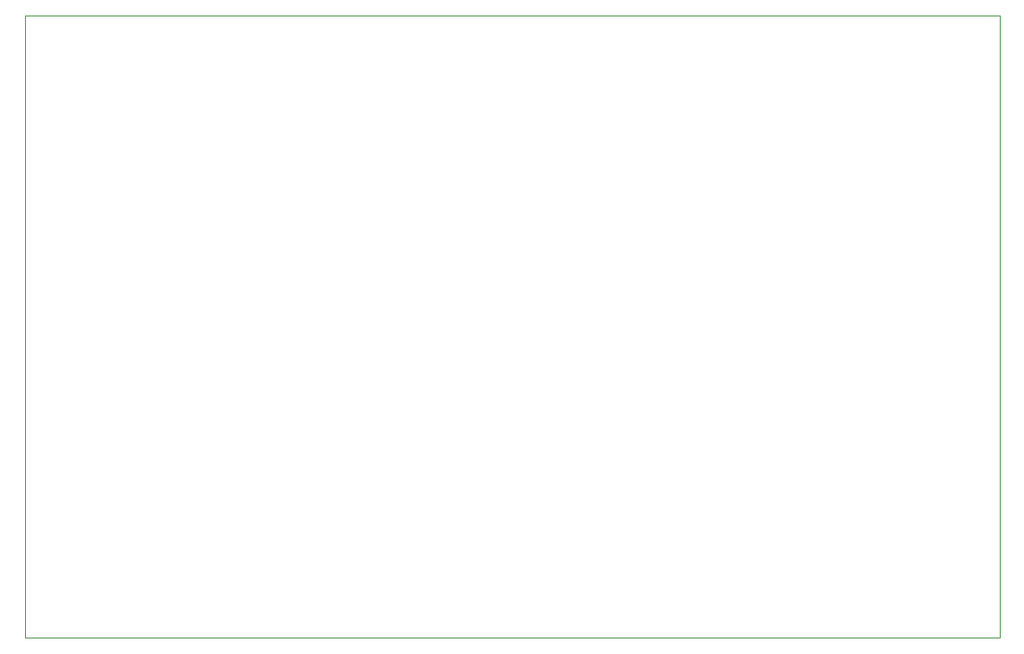
<source format=gbr>
%TF.GenerationSoftware,KiCad,Pcbnew,(6.0.1)*%
%TF.CreationDate,2022-02-14T11:56:50-05:00*%
%TF.ProjectId,driver-control-board,64726976-6572-42d6-936f-6e74726f6c2d,rev?*%
%TF.SameCoordinates,Original*%
%TF.FileFunction,Profile,NP*%
%FSLAX46Y46*%
G04 Gerber Fmt 4.6, Leading zero omitted, Abs format (unit mm)*
G04 Created by KiCad (PCBNEW (6.0.1)) date 2022-02-14 11:56:50*
%MOMM*%
%LPD*%
G01*
G04 APERTURE LIST*
%TA.AperFunction,Profile*%
%ADD10C,0.100000*%
%TD*%
G04 APERTURE END LIST*
D10*
X63500000Y-137160000D02*
X159004000Y-137160000D01*
X159004000Y-137160000D02*
X159004000Y-76200000D01*
X159004000Y-76200000D02*
X63500000Y-76200000D01*
X63500000Y-76200000D02*
X63500000Y-137160000D01*
M02*

</source>
